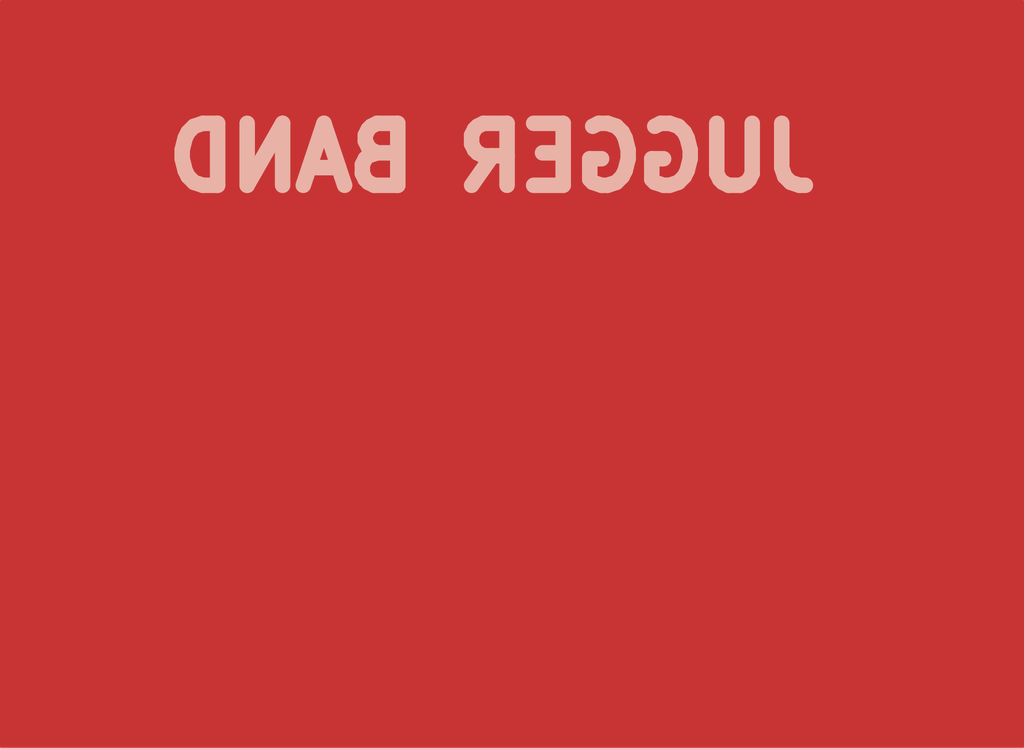
<source format=kicad_pcb>
(kicad_pcb (version 4) (host pcbnew 4.0.7)

  (general
    (links 0)
    (no_connects 0)
    (area 76.2 38.1 241.300001 158.750001)
    (thickness 1.6)
    (drawings 1)
    (tracks 0)
    (zones 0)
    (modules 0)
    (nets 1)
  )

  (page A4)
  (layers
    (0 F.Cu signal)
    (31 B.Cu signal)
    (32 B.Adhes user)
    (33 F.Adhes user)
    (34 B.Paste user)
    (35 F.Paste user)
    (36 B.SilkS user)
    (37 F.SilkS user)
    (38 B.Mask user)
    (39 F.Mask user)
    (40 Dwgs.User user)
    (41 Cmts.User user)
    (42 Eco1.User user)
    (43 Eco2.User user)
    (44 Edge.Cuts user)
    (45 Margin user)
    (46 B.CrtYd user)
    (47 F.CrtYd user)
    (48 B.Fab user)
    (49 F.Fab user)
  )

  (setup
    (last_trace_width 0.25)
    (trace_clearance 0.2)
    (zone_clearance 0.508)
    (zone_45_only no)
    (trace_min 0.2)
    (segment_width 0.2)
    (edge_width 0.15)
    (via_size 0.6)
    (via_drill 0.4)
    (via_min_size 0.4)
    (via_min_drill 0.3)
    (uvia_size 0.3)
    (uvia_drill 0.1)
    (uvias_allowed no)
    (uvia_min_size 0.2)
    (uvia_min_drill 0.1)
    (pcb_text_width 0.3)
    (pcb_text_size 1.5 1.5)
    (mod_edge_width 0.15)
    (mod_text_size 1 1)
    (mod_text_width 0.15)
    (pad_size 1.524 1.524)
    (pad_drill 0.762)
    (pad_to_mask_clearance 0.2)
    (aux_axis_origin 0 0)
    (visible_elements FFFFFF7F)
    (pcbplotparams
      (layerselection 0x00030_80000001)
      (usegerberextensions false)
      (excludeedgelayer true)
      (linewidth 0.100000)
      (plotframeref false)
      (viasonmask false)
      (mode 1)
      (useauxorigin false)
      (hpglpennumber 1)
      (hpglpenspeed 20)
      (hpglpendiameter 15)
      (hpglpenoverlay 2)
      (psnegative false)
      (psa4output false)
      (plotreference true)
      (plotvalue true)
      (plotinvisibletext false)
      (padsonsilk false)
      (subtractmaskfromsilk false)
      (outputformat 1)
      (mirror false)
      (drillshape 1)
      (scaleselection 1)
      (outputdirectory ""))
  )

  (net 0 "")

  (net_class Default "Esta es la clase de red por defecto."
    (clearance 0.2)
    (trace_width 0.25)
    (via_dia 0.6)
    (via_drill 0.4)
    (uvia_dia 0.3)
    (uvia_drill 0.1)
  )

  (gr_text "JUGGER BAND" (at 155.575 63.5) (layer B.SilkS)
    (effects (font (size 10 10) (thickness 2.5)) (justify mirror))
  )

  (zone (net 0) (net_name "") (layer F.Cu) (tstamp 0) (hatch edge 0.508)
    (connect_pads (clearance 0.508))
    (min_thickness 0.254)
    (fill yes (arc_segments 16) (thermal_gap 0.508) (thermal_bridge_width 0.508))
    (polygon
      (pts
        (xy 76.2 38.1) (xy 76.2 158.75) (xy 241.3 158.75) (xy 241.3 38.1)
      )
    )
    (filled_polygon
      (pts
        (xy 241.173 158.623) (xy 76.327 158.623) (xy 76.327 38.227) (xy 241.173 38.227)
      )
    )
  )
)

</source>
